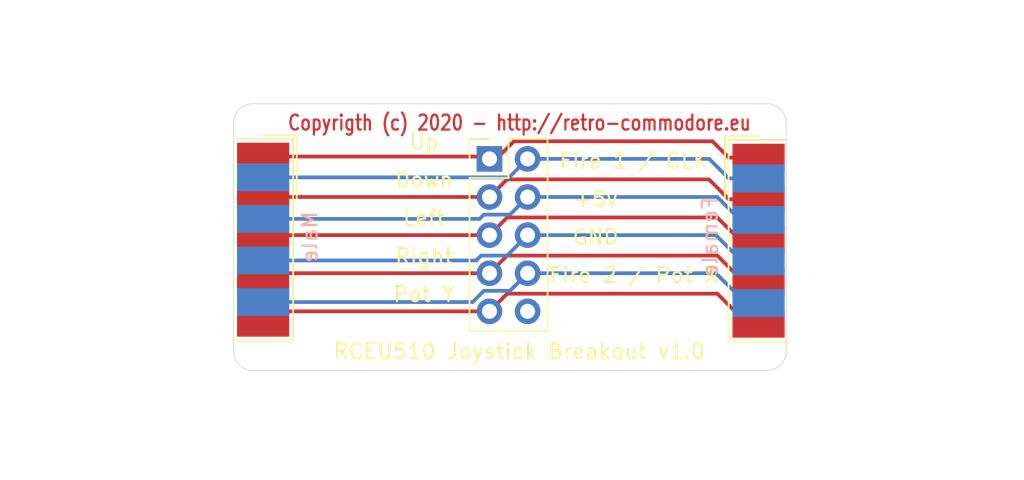
<source format=kicad_pcb>
(kicad_pcb (version 20171130) (host pcbnew "(5.1.5)-3")

  (general
    (thickness 1.6)
    (drawings 21)
    (tracks 64)
    (zones 0)
    (modules 3)
    (nets 11)
  )

  (page A4)
  (title_block
    (title "RCEU510 - Joystick Breakout")
    (date 2020-02-17)
    (rev 1)
    (comment 3 "by Tomse in 2020")
    (comment 4 http://retro-commodore.eu)
  )

  (layers
    (0 F.Cu signal)
    (31 B.Cu signal)
    (32 B.Adhes user)
    (33 F.Adhes user)
    (34 B.Paste user)
    (35 F.Paste user)
    (36 B.SilkS user)
    (37 F.SilkS user)
    (38 B.Mask user)
    (39 F.Mask user)
    (40 Dwgs.User user)
    (41 Cmts.User user)
    (42 Eco1.User user)
    (43 Eco2.User user)
    (44 Edge.Cuts user)
    (45 Margin user)
    (46 B.CrtYd user)
    (47 F.CrtYd user)
    (48 B.Fab user)
    (49 F.Fab user)
  )

  (setup
    (last_trace_width 0.25)
    (trace_clearance 0.2)
    (zone_clearance 0.508)
    (zone_45_only no)
    (trace_min 0.2)
    (via_size 0.8)
    (via_drill 0.4)
    (via_min_size 0.4)
    (via_min_drill 0.3)
    (uvia_size 0.3)
    (uvia_drill 0.1)
    (uvias_allowed no)
    (uvia_min_size 0.2)
    (uvia_min_drill 0.1)
    (edge_width 0.05)
    (segment_width 0.2)
    (pcb_text_width 0.3)
    (pcb_text_size 1.5 1.5)
    (mod_edge_width 0.12)
    (mod_text_size 1 1)
    (mod_text_width 0.15)
    (pad_size 1.524 1.524)
    (pad_drill 0.762)
    (pad_to_mask_clearance 0.051)
    (solder_mask_min_width 0.25)
    (aux_axis_origin 0 0)
    (visible_elements 7FFFFFFF)
    (pcbplotparams
      (layerselection 0x010fc_ffffffff)
      (usegerberextensions false)
      (usegerberattributes false)
      (usegerberadvancedattributes false)
      (creategerberjobfile false)
      (excludeedgelayer true)
      (linewidth 0.100000)
      (plotframeref false)
      (viasonmask false)
      (mode 1)
      (useauxorigin false)
      (hpglpennumber 1)
      (hpglpenspeed 20)
      (hpglpendiameter 15.000000)
      (psnegative false)
      (psa4output false)
      (plotreference true)
      (plotvalue true)
      (plotinvisibletext false)
      (padsonsilk false)
      (subtractmaskfromsilk false)
      (outputformat 1)
      (mirror false)
      (drillshape 0)
      (scaleselection 1)
      (outputdirectory "joystick breakout/"))
  )

  (net 0 "")
  (net 1 "Net-(J1-Pad9)")
  (net 2 "Net-(J1-Pad8)")
  (net 3 "Net-(J1-Pad7)")
  (net 4 "Net-(J1-Pad6)")
  (net 5 "Net-(J1-Pad5)")
  (net 6 "Net-(J1-Pad4)")
  (net 7 "Net-(J1-Pad3)")
  (net 8 "Net-(J1-Pad2)")
  (net 9 "Net-(J1-Pad1)")
  (net 10 "Net-(J2-Pad10)")

  (net_class Default "This is the default net class."
    (clearance 0.2)
    (trace_width 0.25)
    (via_dia 0.8)
    (via_drill 0.4)
    (uvia_dia 0.3)
    (uvia_drill 0.1)
    (add_net "Net-(J1-Pad1)")
    (add_net "Net-(J1-Pad2)")
    (add_net "Net-(J1-Pad3)")
    (add_net "Net-(J1-Pad4)")
    (add_net "Net-(J1-Pad5)")
    (add_net "Net-(J1-Pad6)")
    (add_net "Net-(J1-Pad7)")
    (add_net "Net-(J1-Pad8)")
    (add_net "Net-(J1-Pad9)")
    (add_net "Net-(J2-Pad10)")
  )

  (module Connector_PinHeader_2.54mm:PinHeader_2x05_P2.54mm_Vertical (layer F.Cu) (tedit 59FED5CC) (tstamp 5E4ACC64)
    (at 161.83726 101.46961)
    (descr "Through hole straight pin header, 2x05, 2.54mm pitch, double rows")
    (tags "Through hole pin header THT 2x05 2.54mm double row")
    (path /5E4AAB0C)
    (fp_text reference J2 (at 1.27 -2.33) (layer F.SilkS) hide
      (effects (font (size 1 1) (thickness 0.15)))
    )
    (fp_text value Conn_02x05_Top_Bottom_MountingPin (at 1.27 12.49) (layer F.Fab) hide
      (effects (font (size 1 1) (thickness 0.15)))
    )
    (fp_text user %R (at 1.27 5.08 90) (layer F.Fab)
      (effects (font (size 1 1) (thickness 0.15)))
    )
    (fp_line (start 4.35 -1.8) (end -1.8 -1.8) (layer F.CrtYd) (width 0.05))
    (fp_line (start 4.35 11.95) (end 4.35 -1.8) (layer F.CrtYd) (width 0.05))
    (fp_line (start -1.8 11.95) (end 4.35 11.95) (layer F.CrtYd) (width 0.05))
    (fp_line (start -1.8 -1.8) (end -1.8 11.95) (layer F.CrtYd) (width 0.05))
    (fp_line (start -1.33 -1.33) (end 0 -1.33) (layer F.SilkS) (width 0.12))
    (fp_line (start -1.33 0) (end -1.33 -1.33) (layer F.SilkS) (width 0.12))
    (fp_line (start 1.27 -1.33) (end 3.87 -1.33) (layer F.SilkS) (width 0.12))
    (fp_line (start 1.27 1.27) (end 1.27 -1.33) (layer F.SilkS) (width 0.12))
    (fp_line (start -1.33 1.27) (end 1.27 1.27) (layer F.SilkS) (width 0.12))
    (fp_line (start 3.87 -1.33) (end 3.87 11.49) (layer F.SilkS) (width 0.12))
    (fp_line (start -1.33 1.27) (end -1.33 11.49) (layer F.SilkS) (width 0.12))
    (fp_line (start -1.33 11.49) (end 3.87 11.49) (layer F.SilkS) (width 0.12))
    (fp_line (start -1.27 0) (end 0 -1.27) (layer F.Fab) (width 0.1))
    (fp_line (start -1.27 11.43) (end -1.27 0) (layer F.Fab) (width 0.1))
    (fp_line (start 3.81 11.43) (end -1.27 11.43) (layer F.Fab) (width 0.1))
    (fp_line (start 3.81 -1.27) (end 3.81 11.43) (layer F.Fab) (width 0.1))
    (fp_line (start 0 -1.27) (end 3.81 -1.27) (layer F.Fab) (width 0.1))
    (pad 10 thru_hole oval (at 2.54 10.16) (size 1.7 1.7) (drill 1) (layers *.Cu *.Mask)
      (net 10 "Net-(J2-Pad10)"))
    (pad 9 thru_hole oval (at 0 10.16) (size 1.7 1.7) (drill 1) (layers *.Cu *.Mask)
      (net 5 "Net-(J1-Pad5)"))
    (pad 8 thru_hole oval (at 2.54 7.62) (size 1.7 1.7) (drill 1) (layers *.Cu *.Mask)
      (net 1 "Net-(J1-Pad9)"))
    (pad 7 thru_hole oval (at 0 7.62) (size 1.7 1.7) (drill 1) (layers *.Cu *.Mask)
      (net 6 "Net-(J1-Pad4)"))
    (pad 6 thru_hole oval (at 2.54 5.08) (size 1.7 1.7) (drill 1) (layers *.Cu *.Mask)
      (net 2 "Net-(J1-Pad8)"))
    (pad 5 thru_hole oval (at 0 5.08) (size 1.7 1.7) (drill 1) (layers *.Cu *.Mask)
      (net 7 "Net-(J1-Pad3)"))
    (pad 4 thru_hole oval (at 2.54 2.54) (size 1.7 1.7) (drill 1) (layers *.Cu *.Mask)
      (net 3 "Net-(J1-Pad7)"))
    (pad 3 thru_hole oval (at 0 2.54) (size 1.7 1.7) (drill 1) (layers *.Cu *.Mask)
      (net 8 "Net-(J1-Pad2)"))
    (pad 2 thru_hole oval (at 2.54 0) (size 1.7 1.7) (drill 1) (layers *.Cu *.Mask)
      (net 4 "Net-(J1-Pad6)"))
    (pad 1 thru_hole rect (at 0 0) (size 1.7 1.7) (drill 1) (layers *.Cu *.Mask)
      (net 9 "Net-(J1-Pad1)"))
    (model ${KISYS3DMOD}/Connector_PinHeader_2.54mm.3dshapes/PinHeader_2x05_P2.54mm_Vertical.wrl
      (at (xyz 0 0 0))
      (scale (xyz 1 1 1))
      (rotate (xyz 0 0 0))
    )
  )

  (module Connector_Dsub:DSUB-9_Female_EdgeMount_P2.77mm (layer F.Cu) (tedit 59FEDEE2) (tstamp 5E4AD3F2)
    (at 179.77083 106.924286 90)
    (descr "9-pin D-Sub connector, solder-cups edge-mounted, female, x-pin-pitch 2.77mm, distance of mounting holes 25mm, see https://disti-assets.s3.amazonaws.com/tonar/files/datasheets/16730.pdf")
    (tags "9-pin D-Sub connector edge mount solder cup female x-pin-pitch 2.77mm mounting holes distance 25mm")
    (path /5E4A70AB)
    (attr smd)
    (fp_text reference J3 (at -9.463333 0 90) (layer F.SilkS) hide
      (effects (font (size 1 1) (thickness 0.15)))
    )
    (fp_text value DB9_Female (at 0 16.86 90) (layer F.Fab)
      (effects (font (size 1 1) (thickness 0.15)))
    )
    (fp_text user "PCB edge" (at -10.425 1.323333 90) (layer Dwgs.User)
      (effects (font (size 0.5 0.5) (thickness 0.075)))
    )
    (fp_text user %R (at 0 3.39 90) (layer F.Fab)
      (effects (font (size 1 1) (thickness 0.15)))
    )
    (fp_line (start -15.425 1.99) (end 15.425 1.99) (layer Dwgs.User) (width 0.05))
    (fp_line (start 6.963333 -2.24) (end 2.77 -2.24) (layer F.SilkS) (width 0.12))
    (fp_line (start 6.963333 0) (end 6.963333 -2.24) (layer F.SilkS) (width 0.12))
    (fp_line (start -6.723333 -2) (end -6.723333 1.74) (layer F.SilkS) (width 0.12))
    (fp_line (start 6.723333 -2) (end -6.723333 -2) (layer F.SilkS) (width 0.12))
    (fp_line (start 6.723333 1.74) (end 6.723333 -2) (layer F.SilkS) (width 0.12))
    (fp_line (start -7 1.5) (end -7 -2.25) (layer F.CrtYd) (width 0.05))
    (fp_line (start -8.05 1.5) (end -7 1.5) (layer F.CrtYd) (width 0.05))
    (fp_line (start -8.05 4.3) (end -8.05 1.5) (layer F.CrtYd) (width 0.05))
    (fp_line (start -9.05 4.3) (end -8.05 4.3) (layer F.CrtYd) (width 0.05))
    (fp_line (start -9.05 8.8) (end -9.05 4.3) (layer F.CrtYd) (width 0.05))
    (fp_line (start -15.95 8.8) (end -9.05 8.8) (layer F.CrtYd) (width 0.05))
    (fp_line (start -15.95 10.2) (end -15.95 8.8) (layer F.CrtYd) (width 0.05))
    (fp_line (start -8.65 10.2) (end -15.95 10.2) (layer F.CrtYd) (width 0.05))
    (fp_line (start -8.65 16.4) (end -8.65 10.2) (layer F.CrtYd) (width 0.05))
    (fp_line (start 8.65 16.4) (end -8.65 16.4) (layer F.CrtYd) (width 0.05))
    (fp_line (start 8.65 10.2) (end 8.65 16.4) (layer F.CrtYd) (width 0.05))
    (fp_line (start 15.95 10.2) (end 8.65 10.2) (layer F.CrtYd) (width 0.05))
    (fp_line (start 15.95 8.8) (end 15.95 10.2) (layer F.CrtYd) (width 0.05))
    (fp_line (start 9.05 8.8) (end 15.95 8.8) (layer F.CrtYd) (width 0.05))
    (fp_line (start 9.05 4.3) (end 9.05 8.8) (layer F.CrtYd) (width 0.05))
    (fp_line (start 8.05 4.3) (end 9.05 4.3) (layer F.CrtYd) (width 0.05))
    (fp_line (start 8.05 1.5) (end 8.05 4.3) (layer F.CrtYd) (width 0.05))
    (fp_line (start 7 1.5) (end 8.05 1.5) (layer F.CrtYd) (width 0.05))
    (fp_line (start 7 -2.25) (end 7 1.5) (layer F.CrtYd) (width 0.05))
    (fp_line (start -7 -2.25) (end 7 -2.25) (layer F.CrtYd) (width 0.05))
    (fp_line (start 8.15 9.69) (end -8.15 9.69) (layer F.Fab) (width 0.1))
    (fp_line (start 8.15 15.86) (end 8.15 9.69) (layer F.Fab) (width 0.1))
    (fp_line (start -8.15 15.86) (end 8.15 15.86) (layer F.Fab) (width 0.1))
    (fp_line (start -8.15 9.69) (end -8.15 15.86) (layer F.Fab) (width 0.1))
    (fp_line (start 15.425 9.29) (end -15.425 9.29) (layer F.Fab) (width 0.1))
    (fp_line (start 15.425 9.69) (end 15.425 9.29) (layer F.Fab) (width 0.1))
    (fp_line (start -15.425 9.69) (end 15.425 9.69) (layer F.Fab) (width 0.1))
    (fp_line (start -15.425 9.29) (end -15.425 9.69) (layer F.Fab) (width 0.1))
    (fp_line (start 8.55 4.79) (end -8.55 4.79) (layer F.Fab) (width 0.1))
    (fp_line (start 8.55 9.29) (end 8.55 4.79) (layer F.Fab) (width 0.1))
    (fp_line (start -8.55 9.29) (end 8.55 9.29) (layer F.Fab) (width 0.1))
    (fp_line (start -8.55 4.79) (end -8.55 9.29) (layer F.Fab) (width 0.1))
    (fp_line (start 7.55 1.99) (end -7.55 1.99) (layer F.Fab) (width 0.1))
    (fp_line (start 7.55 4.79) (end 7.55 1.99) (layer F.Fab) (width 0.1))
    (fp_line (start -7.55 4.79) (end 7.55 4.79) (layer F.Fab) (width 0.1))
    (fp_line (start -7.55 1.99) (end -7.55 4.79) (layer F.Fab) (width 0.1))
    (fp_line (start -3.555 -0.91) (end -4.755 -0.91) (layer B.Fab) (width 0.1))
    (fp_line (start -3.555 1.99) (end -3.555 -0.91) (layer B.Fab) (width 0.1))
    (fp_line (start -4.755 1.99) (end -3.555 1.99) (layer B.Fab) (width 0.1))
    (fp_line (start -4.755 -0.91) (end -4.755 1.99) (layer B.Fab) (width 0.1))
    (fp_line (start -0.785 -0.91) (end -1.985 -0.91) (layer B.Fab) (width 0.1))
    (fp_line (start -0.785 1.99) (end -0.785 -0.91) (layer B.Fab) (width 0.1))
    (fp_line (start -1.985 1.99) (end -0.785 1.99) (layer B.Fab) (width 0.1))
    (fp_line (start -1.985 -0.91) (end -1.985 1.99) (layer B.Fab) (width 0.1))
    (fp_line (start 1.985 -0.91) (end 0.785 -0.91) (layer B.Fab) (width 0.1))
    (fp_line (start 1.985 1.99) (end 1.985 -0.91) (layer B.Fab) (width 0.1))
    (fp_line (start 0.785 1.99) (end 1.985 1.99) (layer B.Fab) (width 0.1))
    (fp_line (start 0.785 -0.91) (end 0.785 1.99) (layer B.Fab) (width 0.1))
    (fp_line (start 4.755 -0.91) (end 3.555 -0.91) (layer B.Fab) (width 0.1))
    (fp_line (start 4.755 1.99) (end 4.755 -0.91) (layer B.Fab) (width 0.1))
    (fp_line (start 3.555 1.99) (end 4.755 1.99) (layer B.Fab) (width 0.1))
    (fp_line (start 3.555 -0.91) (end 3.555 1.99) (layer B.Fab) (width 0.1))
    (fp_line (start -4.94 -0.91) (end -6.14 -0.91) (layer F.Fab) (width 0.1))
    (fp_line (start -4.94 1.99) (end -4.94 -0.91) (layer F.Fab) (width 0.1))
    (fp_line (start -6.14 1.99) (end -4.94 1.99) (layer F.Fab) (width 0.1))
    (fp_line (start -6.14 -0.91) (end -6.14 1.99) (layer F.Fab) (width 0.1))
    (fp_line (start -2.17 -0.91) (end -3.37 -0.91) (layer F.Fab) (width 0.1))
    (fp_line (start -2.17 1.99) (end -2.17 -0.91) (layer F.Fab) (width 0.1))
    (fp_line (start -3.37 1.99) (end -2.17 1.99) (layer F.Fab) (width 0.1))
    (fp_line (start -3.37 -0.91) (end -3.37 1.99) (layer F.Fab) (width 0.1))
    (fp_line (start 0.6 -0.91) (end -0.6 -0.91) (layer F.Fab) (width 0.1))
    (fp_line (start 0.6 1.99) (end 0.6 -0.91) (layer F.Fab) (width 0.1))
    (fp_line (start -0.6 1.99) (end 0.6 1.99) (layer F.Fab) (width 0.1))
    (fp_line (start -0.6 -0.91) (end -0.6 1.99) (layer F.Fab) (width 0.1))
    (fp_line (start 3.37 -0.91) (end 2.17 -0.91) (layer F.Fab) (width 0.1))
    (fp_line (start 3.37 1.99) (end 3.37 -0.91) (layer F.Fab) (width 0.1))
    (fp_line (start 2.17 1.99) (end 3.37 1.99) (layer F.Fab) (width 0.1))
    (fp_line (start 2.17 -0.91) (end 2.17 1.99) (layer F.Fab) (width 0.1))
    (fp_line (start 6.14 -0.91) (end 4.94 -0.91) (layer F.Fab) (width 0.1))
    (fp_line (start 6.14 1.99) (end 6.14 -0.91) (layer F.Fab) (width 0.1))
    (fp_line (start 4.94 1.99) (end 6.14 1.99) (layer F.Fab) (width 0.1))
    (fp_line (start 4.94 -0.91) (end 4.94 1.99) (layer F.Fab) (width 0.1))
    (pad 9 smd rect (at -4.155 0 90) (size 1.846667 3.48) (layers B.Cu B.Paste B.Mask)
      (net 1 "Net-(J1-Pad9)"))
    (pad 8 smd rect (at -1.385 0 90) (size 1.846667 3.48) (layers B.Cu B.Paste B.Mask)
      (net 2 "Net-(J1-Pad8)"))
    (pad 7 smd rect (at 1.385 0 90) (size 1.846667 3.48) (layers B.Cu B.Paste B.Mask)
      (net 3 "Net-(J1-Pad7)"))
    (pad 6 smd rect (at 4.155 0 90) (size 1.846667 3.48) (layers B.Cu B.Paste B.Mask)
      (net 4 "Net-(J1-Pad6)"))
    (pad 5 smd rect (at -5.54 0 90) (size 1.846667 3.48) (layers F.Cu F.Paste F.Mask)
      (net 5 "Net-(J1-Pad5)"))
    (pad 4 smd rect (at -2.77 0 90) (size 1.846667 3.48) (layers F.Cu F.Paste F.Mask)
      (net 6 "Net-(J1-Pad4)"))
    (pad 3 smd rect (at 0 0 90) (size 1.846667 3.48) (layers F.Cu F.Paste F.Mask)
      (net 7 "Net-(J1-Pad3)"))
    (pad 2 smd rect (at 2.77 0 90) (size 1.846667 3.48) (layers F.Cu F.Paste F.Mask)
      (net 8 "Net-(J1-Pad2)"))
    (pad 1 smd rect (at 5.54 0 90) (size 1.846667 3.48) (layers F.Cu F.Paste F.Mask)
      (net 9 "Net-(J1-Pad1)"))
    (model ${KISYS3DMOD}/Connector_Dsub.3dshapes/DSUB-9_Female_EdgeMount_P2.77mm.wrl
      (at (xyz 0 0 0))
      (scale (xyz 1 1 1))
      (rotate (xyz 0 0 0))
    )
  )

  (module Connector_Dsub:DSUB-9_Male_EdgeMount_P2.77mm (layer F.Cu) (tedit 59FEDEE2) (tstamp 5E4AC76F)
    (at 146.75083 106.854286 270)
    (descr "9-pin D-Sub connector, solder-cups edge-mounted, male, x-pin-pitch 2.77mm, distance of mounting holes 25mm, see https://disti-assets.s3.amazonaws.com/tonar/files/datasheets/16730.pdf")
    (tags "9-pin D-Sub connector edge mount solder cup male x-pin-pitch 2.77mm mounting holes distance 25mm")
    (path /5E4A81F4)
    (attr smd)
    (fp_text reference J1 (at -9.463333 0 90) (layer F.SilkS) hide
      (effects (font (size 1 1) (thickness 0.15)))
    )
    (fp_text value DB9_Male (at 0 16.69 90) (layer F.Fab)
      (effects (font (size 1 1) (thickness 0.15)))
    )
    (fp_text user "PCB edge" (at -10.425 1.323333 90) (layer Dwgs.User)
      (effects (font (size 0.5 0.5) (thickness 0.075)))
    )
    (fp_text user %R (at 0 3.39 90) (layer F.Fab)
      (effects (font (size 1 1) (thickness 0.15)))
    )
    (fp_line (start -15.425 1.99) (end 15.425 1.99) (layer Dwgs.User) (width 0.05))
    (fp_line (start -6.963333 -2.24) (end -2.77 -2.24) (layer F.SilkS) (width 0.12))
    (fp_line (start -6.963333 0) (end -6.963333 -2.24) (layer F.SilkS) (width 0.12))
    (fp_line (start -6.723333 -2) (end -6.723333 1.74) (layer F.SilkS) (width 0.12))
    (fp_line (start 6.723333 -2) (end -6.723333 -2) (layer F.SilkS) (width 0.12))
    (fp_line (start 6.723333 1.74) (end 6.723333 -2) (layer F.SilkS) (width 0.12))
    (fp_line (start -7 1.5) (end -7 -2.25) (layer F.CrtYd) (width 0.05))
    (fp_line (start -8.05 1.5) (end -7 1.5) (layer F.CrtYd) (width 0.05))
    (fp_line (start -8.05 4.3) (end -8.05 1.5) (layer F.CrtYd) (width 0.05))
    (fp_line (start -9.05 4.3) (end -8.05 4.3) (layer F.CrtYd) (width 0.05))
    (fp_line (start -9.05 8.8) (end -9.05 4.3) (layer F.CrtYd) (width 0.05))
    (fp_line (start -15.95 8.8) (end -9.05 8.8) (layer F.CrtYd) (width 0.05))
    (fp_line (start -15.95 10.2) (end -15.95 8.8) (layer F.CrtYd) (width 0.05))
    (fp_line (start -8.65 10.2) (end -15.95 10.2) (layer F.CrtYd) (width 0.05))
    (fp_line (start -8.65 16.2) (end -8.65 10.2) (layer F.CrtYd) (width 0.05))
    (fp_line (start 8.65 16.2) (end -8.65 16.2) (layer F.CrtYd) (width 0.05))
    (fp_line (start 8.65 10.2) (end 8.65 16.2) (layer F.CrtYd) (width 0.05))
    (fp_line (start 15.95 10.2) (end 8.65 10.2) (layer F.CrtYd) (width 0.05))
    (fp_line (start 15.95 8.8) (end 15.95 10.2) (layer F.CrtYd) (width 0.05))
    (fp_line (start 9.05 8.8) (end 15.95 8.8) (layer F.CrtYd) (width 0.05))
    (fp_line (start 9.05 4.3) (end 9.05 8.8) (layer F.CrtYd) (width 0.05))
    (fp_line (start 8.05 4.3) (end 9.05 4.3) (layer F.CrtYd) (width 0.05))
    (fp_line (start 8.05 1.5) (end 8.05 4.3) (layer F.CrtYd) (width 0.05))
    (fp_line (start 7 1.5) (end 8.05 1.5) (layer F.CrtYd) (width 0.05))
    (fp_line (start 7 -2.25) (end 7 1.5) (layer F.CrtYd) (width 0.05))
    (fp_line (start -7 -2.25) (end 7 -2.25) (layer F.CrtYd) (width 0.05))
    (fp_line (start 8.15 9.69) (end -8.15 9.69) (layer F.Fab) (width 0.1))
    (fp_line (start 8.15 15.69) (end 8.15 9.69) (layer F.Fab) (width 0.1))
    (fp_line (start -8.15 15.69) (end 8.15 15.69) (layer F.Fab) (width 0.1))
    (fp_line (start -8.15 9.69) (end -8.15 15.69) (layer F.Fab) (width 0.1))
    (fp_line (start 15.425 9.29) (end -15.425 9.29) (layer F.Fab) (width 0.1))
    (fp_line (start 15.425 9.69) (end 15.425 9.29) (layer F.Fab) (width 0.1))
    (fp_line (start -15.425 9.69) (end 15.425 9.69) (layer F.Fab) (width 0.1))
    (fp_line (start -15.425 9.29) (end -15.425 9.69) (layer F.Fab) (width 0.1))
    (fp_line (start 8.55 4.79) (end -8.55 4.79) (layer F.Fab) (width 0.1))
    (fp_line (start 8.55 9.29) (end 8.55 4.79) (layer F.Fab) (width 0.1))
    (fp_line (start -8.55 9.29) (end 8.55 9.29) (layer F.Fab) (width 0.1))
    (fp_line (start -8.55 4.79) (end -8.55 9.29) (layer F.Fab) (width 0.1))
    (fp_line (start 7.55 1.99) (end -7.55 1.99) (layer F.Fab) (width 0.1))
    (fp_line (start 7.55 4.79) (end 7.55 1.99) (layer F.Fab) (width 0.1))
    (fp_line (start -7.55 4.79) (end 7.55 4.79) (layer F.Fab) (width 0.1))
    (fp_line (start -7.55 1.99) (end -7.55 4.79) (layer F.Fab) (width 0.1))
    (fp_line (start 4.755 -0.91) (end 3.555 -0.91) (layer B.Fab) (width 0.1))
    (fp_line (start 4.755 1.99) (end 4.755 -0.91) (layer B.Fab) (width 0.1))
    (fp_line (start 3.555 1.99) (end 4.755 1.99) (layer B.Fab) (width 0.1))
    (fp_line (start 3.555 -0.91) (end 3.555 1.99) (layer B.Fab) (width 0.1))
    (fp_line (start 1.985 -0.91) (end 0.785 -0.91) (layer B.Fab) (width 0.1))
    (fp_line (start 1.985 1.99) (end 1.985 -0.91) (layer B.Fab) (width 0.1))
    (fp_line (start 0.785 1.99) (end 1.985 1.99) (layer B.Fab) (width 0.1))
    (fp_line (start 0.785 -0.91) (end 0.785 1.99) (layer B.Fab) (width 0.1))
    (fp_line (start -0.785 -0.91) (end -1.985 -0.91) (layer B.Fab) (width 0.1))
    (fp_line (start -0.785 1.99) (end -0.785 -0.91) (layer B.Fab) (width 0.1))
    (fp_line (start -1.985 1.99) (end -0.785 1.99) (layer B.Fab) (width 0.1))
    (fp_line (start -1.985 -0.91) (end -1.985 1.99) (layer B.Fab) (width 0.1))
    (fp_line (start -3.555 -0.91) (end -4.755 -0.91) (layer B.Fab) (width 0.1))
    (fp_line (start -3.555 1.99) (end -3.555 -0.91) (layer B.Fab) (width 0.1))
    (fp_line (start -4.755 1.99) (end -3.555 1.99) (layer B.Fab) (width 0.1))
    (fp_line (start -4.755 -0.91) (end -4.755 1.99) (layer B.Fab) (width 0.1))
    (fp_line (start 6.14 -0.91) (end 4.94 -0.91) (layer F.Fab) (width 0.1))
    (fp_line (start 6.14 1.99) (end 6.14 -0.91) (layer F.Fab) (width 0.1))
    (fp_line (start 4.94 1.99) (end 6.14 1.99) (layer F.Fab) (width 0.1))
    (fp_line (start 4.94 -0.91) (end 4.94 1.99) (layer F.Fab) (width 0.1))
    (fp_line (start 3.37 -0.91) (end 2.17 -0.91) (layer F.Fab) (width 0.1))
    (fp_line (start 3.37 1.99) (end 3.37 -0.91) (layer F.Fab) (width 0.1))
    (fp_line (start 2.17 1.99) (end 3.37 1.99) (layer F.Fab) (width 0.1))
    (fp_line (start 2.17 -0.91) (end 2.17 1.99) (layer F.Fab) (width 0.1))
    (fp_line (start 0.6 -0.91) (end -0.6 -0.91) (layer F.Fab) (width 0.1))
    (fp_line (start 0.6 1.99) (end 0.6 -0.91) (layer F.Fab) (width 0.1))
    (fp_line (start -0.6 1.99) (end 0.6 1.99) (layer F.Fab) (width 0.1))
    (fp_line (start -0.6 -0.91) (end -0.6 1.99) (layer F.Fab) (width 0.1))
    (fp_line (start -2.17 -0.91) (end -3.37 -0.91) (layer F.Fab) (width 0.1))
    (fp_line (start -2.17 1.99) (end -2.17 -0.91) (layer F.Fab) (width 0.1))
    (fp_line (start -3.37 1.99) (end -2.17 1.99) (layer F.Fab) (width 0.1))
    (fp_line (start -3.37 -0.91) (end -3.37 1.99) (layer F.Fab) (width 0.1))
    (fp_line (start -4.94 -0.91) (end -6.14 -0.91) (layer F.Fab) (width 0.1))
    (fp_line (start -4.94 1.99) (end -4.94 -0.91) (layer F.Fab) (width 0.1))
    (fp_line (start -6.14 1.99) (end -4.94 1.99) (layer F.Fab) (width 0.1))
    (fp_line (start -6.14 -0.91) (end -6.14 1.99) (layer F.Fab) (width 0.1))
    (pad 9 smd rect (at 4.155 0 270) (size 1.846667 3.48) (layers B.Cu B.Paste B.Mask)
      (net 1 "Net-(J1-Pad9)"))
    (pad 8 smd rect (at 1.385 0 270) (size 1.846667 3.48) (layers B.Cu B.Paste B.Mask)
      (net 2 "Net-(J1-Pad8)"))
    (pad 7 smd rect (at -1.385 0 270) (size 1.846667 3.48) (layers B.Cu B.Paste B.Mask)
      (net 3 "Net-(J1-Pad7)"))
    (pad 6 smd rect (at -4.155 0 270) (size 1.846667 3.48) (layers B.Cu B.Paste B.Mask)
      (net 4 "Net-(J1-Pad6)"))
    (pad 5 smd rect (at 5.54 0 270) (size 1.846667 3.48) (layers F.Cu F.Paste F.Mask)
      (net 5 "Net-(J1-Pad5)"))
    (pad 4 smd rect (at 2.77 0 270) (size 1.846667 3.48) (layers F.Cu F.Paste F.Mask)
      (net 6 "Net-(J1-Pad4)"))
    (pad 3 smd rect (at 0 0 270) (size 1.846667 3.48) (layers F.Cu F.Paste F.Mask)
      (net 7 "Net-(J1-Pad3)"))
    (pad 2 smd rect (at -2.77 0 270) (size 1.846667 3.48) (layers F.Cu F.Paste F.Mask)
      (net 8 "Net-(J1-Pad2)"))
    (pad 1 smd rect (at -5.54 0 270) (size 1.846667 3.48) (layers F.Cu F.Paste F.Mask)
      (net 9 "Net-(J1-Pad1)"))
    (model ${KISYS3DMOD}/Connector_Dsub.3dshapes/DSUB-9_Male_EdgeMount_P2.77mm.wrl
      (at (xyz 0 0 0))
      (scale (xyz 1 1 1))
      (rotate (xyz 0 0 0))
    )
  )

  (gr_text Male (at 149.86 106.68 90) (layer B.SilkS)
    (effects (font (size 1 1) (thickness 0.15)) (justify mirror))
  )
  (gr_text Female (at 176.53 106.68 90) (layer B.SilkS)
    (effects (font (size 1 1) (thickness 0.15)) (justify mirror))
  )
  (gr_text "Fire 2 / Pot X" (at 171.45 109.22) (layer F.SilkS)
    (effects (font (size 1 1) (thickness 0.15)))
  )
  (gr_text GND (at 168.91 106.68) (layer F.SilkS)
    (effects (font (size 1 1) (thickness 0.15)))
  )
  (gr_text +5v (at 168.91 104.14) (layer F.SilkS)
    (effects (font (size 1 1) (thickness 0.15)))
  )
  (gr_text "Fire 1 / CLK" (at 171.45 101.6) (layer F.SilkS)
    (effects (font (size 1 1) (thickness 0.15)))
  )
  (gr_text "Pot Y" (at 157.48 110.49) (layer F.SilkS)
    (effects (font (size 1 1) (thickness 0.15)))
  )
  (gr_text Right (at 157.48 107.95) (layer F.SilkS)
    (effects (font (size 1 1) (thickness 0.15)))
  )
  (gr_text Left (at 157.48 105.41) (layer F.SilkS)
    (effects (font (size 1 1) (thickness 0.15)))
  )
  (gr_text Down (at 157.48 102.87) (layer F.SilkS)
    (effects (font (size 1 1) (thickness 0.15)))
  )
  (gr_text Up (at 157.48 100.33) (layer F.SilkS)
    (effects (font (size 1 1) (thickness 0.15)))
  )
  (gr_text "RCEU510 Joystick Breakout v1.0" (at 163.83 114.3) (layer F.SilkS)
    (effects (font (size 1 1) (thickness 0.15)))
  )
  (gr_text "Copyrigth (c) 2020 - http://retro-commodore.eu" (at 163.83 99.06) (layer F.Cu)
    (effects (font (size 1 0.8) (thickness 0.15)))
  )
  (gr_arc (start 146.05 114.3) (end 144.78 114.3) (angle -90) (layer Edge.Cuts) (width 0.05))
  (gr_arc (start 180.34 114.3) (end 180.34 115.57) (angle -90) (layer Edge.Cuts) (width 0.05))
  (gr_arc (start 180.34 99.06) (end 181.61 99.06) (angle -90) (layer Edge.Cuts) (width 0.05))
  (gr_arc (start 146.05 99.06) (end 146.05 97.79) (angle -90) (layer Edge.Cuts) (width 0.05) (tstamp 5E4AD4D2))
  (gr_line (start 144.78 114.3) (end 144.78 99.06) (layer Edge.Cuts) (width 0.05) (tstamp 5E4AD31E))
  (gr_line (start 180.34 115.57) (end 146.05 115.57) (layer Edge.Cuts) (width 0.05))
  (gr_line (start 181.61 99.06) (end 181.61 114.3) (layer Edge.Cuts) (width 0.05))
  (gr_line (start 146.05 97.79) (end 180.34 97.79) (layer Edge.Cuts) (width 0.05))

  (segment (start 179.77083 111.079286) (end 178.91583 111.079286) (width 0.25) (layer B.Cu) (net 1))
  (segment (start 176.926154 109.08961) (end 164.37726 109.08961) (width 0.25) (layer B.Cu) (net 1))
  (segment (start 178.91583 111.079286) (end 176.926154 109.08961) (width 0.25) (layer B.Cu) (net 1))
  (segment (start 163.527261 109.939609) (end 164.37726 109.08961) (width 0.25) (layer B.Cu) (net 1))
  (segment (start 163.202259 110.264611) (end 163.527261 109.939609) (width 0.25) (layer B.Cu) (net 1))
  (segment (start 161.463257 110.264611) (end 163.202259 110.264611) (width 0.25) (layer B.Cu) (net 1))
  (segment (start 160.718582 111.009286) (end 161.463257 110.264611) (width 0.25) (layer B.Cu) (net 1))
  (segment (start 146.75083 111.009286) (end 160.718582 111.009286) (width 0.25) (layer B.Cu) (net 1))
  (segment (start 179.77083 108.309286) (end 178.68583 108.309286) (width 0.25) (layer B.Cu) (net 2))
  (segment (start 176.926154 106.54961) (end 164.37726 106.54961) (width 0.25) (layer B.Cu) (net 2))
  (segment (start 178.68583 108.309286) (end 176.926154 106.54961) (width 0.25) (layer B.Cu) (net 2))
  (segment (start 163.527261 107.399609) (end 164.37726 106.54961) (width 0.25) (layer B.Cu) (net 2))
  (segment (start 161.273259 107.914609) (end 163.012261 107.914609) (width 0.25) (layer B.Cu) (net 2))
  (segment (start 163.012261 107.914609) (end 163.527261 107.399609) (width 0.25) (layer B.Cu) (net 2))
  (segment (start 160.948582 108.239286) (end 161.273259 107.914609) (width 0.25) (layer B.Cu) (net 2))
  (segment (start 146.75083 108.239286) (end 160.948582 108.239286) (width 0.25) (layer B.Cu) (net 2))
  (segment (start 179.77083 105.539286) (end 178.54583 105.539286) (width 0.25) (layer B.Cu) (net 3))
  (segment (start 177.016154 104.00961) (end 164.37726 104.00961) (width 0.25) (layer B.Cu) (net 3))
  (segment (start 178.54583 105.539286) (end 177.016154 104.00961) (width 0.25) (layer B.Cu) (net 3))
  (segment (start 163.202259 105.184611) (end 163.527261 104.859609) (width 0.25) (layer B.Cu) (net 3))
  (segment (start 161.463257 105.184611) (end 163.202259 105.184611) (width 0.25) (layer B.Cu) (net 3))
  (segment (start 163.527261 104.859609) (end 164.37726 104.00961) (width 0.25) (layer B.Cu) (net 3))
  (segment (start 161.178582 105.469286) (end 161.463257 105.184611) (width 0.25) (layer B.Cu) (net 3))
  (segment (start 146.75083 105.469286) (end 161.178582 105.469286) (width 0.25) (layer B.Cu) (net 3))
  (segment (start 176.481154 101.46961) (end 164.37726 101.46961) (width 0.25) (layer B.Cu) (net 4))
  (segment (start 179.77083 102.769286) (end 177.78083 102.769286) (width 0.25) (layer B.Cu) (net 4))
  (segment (start 177.78083 102.769286) (end 176.481154 101.46961) (width 0.25) (layer B.Cu) (net 4))
  (segment (start 163.147584 102.699286) (end 164.37726 101.46961) (width 0.25) (layer B.Cu) (net 4))
  (segment (start 146.75083 102.699286) (end 163.147584 102.699286) (width 0.25) (layer B.Cu) (net 4))
  (segment (start 147.515506 111.62961) (end 146.75083 112.394286) (width 0.25) (layer F.Cu) (net 5))
  (segment (start 161.83726 111.62961) (end 147.515506 111.62961) (width 0.25) (layer F.Cu) (net 5))
  (segment (start 179.77083 112.464286) (end 179.03083 112.464286) (width 0.25) (layer F.Cu) (net 5))
  (segment (start 162.687259 110.779611) (end 161.83726 111.62961) (width 0.25) (layer F.Cu) (net 5))
  (segment (start 163.012261 110.454609) (end 162.687259 110.779611) (width 0.25) (layer F.Cu) (net 5))
  (segment (start 177.021153 110.454609) (end 163.012261 110.454609) (width 0.25) (layer F.Cu) (net 5))
  (segment (start 179.03083 112.464286) (end 177.021153 110.454609) (width 0.25) (layer F.Cu) (net 5))
  (segment (start 147.285506 109.08961) (end 146.75083 109.624286) (width 0.25) (layer F.Cu) (net 6))
  (segment (start 161.83726 109.08961) (end 147.285506 109.08961) (width 0.25) (layer F.Cu) (net 6))
  (segment (start 179.77083 109.694286) (end 178.80083 109.694286) (width 0.25) (layer F.Cu) (net 6))
  (segment (start 162.687259 108.239611) (end 161.83726 109.08961) (width 0.25) (layer F.Cu) (net 6))
  (segment (start 177.021153 107.914609) (end 163.012261 107.914609) (width 0.25) (layer F.Cu) (net 6))
  (segment (start 163.012261 107.914609) (end 162.687259 108.239611) (width 0.25) (layer F.Cu) (net 6))
  (segment (start 178.80083 109.694286) (end 177.021153 107.914609) (width 0.25) (layer F.Cu) (net 6))
  (segment (start 147.055506 106.54961) (end 146.75083 106.854286) (width 0.25) (layer F.Cu) (net 7))
  (segment (start 161.83726 106.54961) (end 147.055506 106.54961) (width 0.25) (layer F.Cu) (net 7))
  (segment (start 179.77083 106.924286) (end 178.57083 106.924286) (width 0.25) (layer F.Cu) (net 7))
  (segment (start 163.012261 105.374609) (end 162.687259 105.699611) (width 0.25) (layer F.Cu) (net 7))
  (segment (start 162.687259 105.699611) (end 161.83726 106.54961) (width 0.25) (layer F.Cu) (net 7))
  (segment (start 177.021153 105.374609) (end 163.012261 105.374609) (width 0.25) (layer F.Cu) (net 7))
  (segment (start 178.57083 106.924286) (end 177.021153 105.374609) (width 0.25) (layer F.Cu) (net 7))
  (segment (start 146.825506 104.00961) (end 146.75083 104.084286) (width 0.25) (layer F.Cu) (net 8))
  (segment (start 161.83726 104.00961) (end 146.825506 104.00961) (width 0.25) (layer F.Cu) (net 8))
  (segment (start 162.687259 103.159611) (end 161.83726 104.00961) (width 0.25) (layer F.Cu) (net 8))
  (segment (start 177.78083 104.154286) (end 176.461153 102.834609) (width 0.25) (layer F.Cu) (net 8))
  (segment (start 163.012261 102.834609) (end 162.687259 103.159611) (width 0.25) (layer F.Cu) (net 8))
  (segment (start 176.461153 102.834609) (end 163.012261 102.834609) (width 0.25) (layer F.Cu) (net 8))
  (segment (start 179.77083 104.154286) (end 177.78083 104.154286) (width 0.25) (layer F.Cu) (net 8))
  (segment (start 161.53083 101.314286) (end 161.99083 101.774286) (width 0.25) (layer F.Cu) (net 9))
  (segment (start 146.75083 101.314286) (end 161.53083 101.314286) (width 0.25) (layer F.Cu) (net 9))
  (segment (start 163.470507 100.294609) (end 162.295506 101.46961) (width 0.25) (layer F.Cu) (net 9))
  (segment (start 162.295506 101.46961) (end 161.83726 101.46961) (width 0.25) (layer F.Cu) (net 9))
  (segment (start 176.691153 100.294609) (end 163.470507 100.294609) (width 0.25) (layer F.Cu) (net 9))
  (segment (start 179.77083 101.384286) (end 177.78083 101.384286) (width 0.25) (layer F.Cu) (net 9))
  (segment (start 177.78083 101.384286) (end 176.691153 100.294609) (width 0.25) (layer F.Cu) (net 9))

)

</source>
